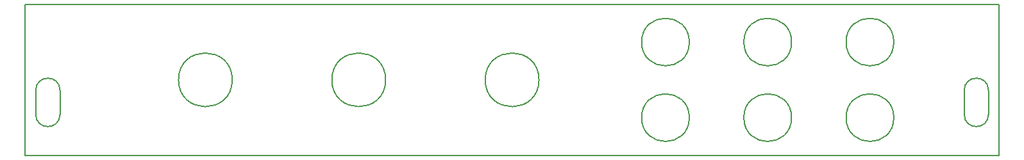
<source format=gm1>
%TF.GenerationSoftware,KiCad,Pcbnew,(6.0.10)*%
%TF.CreationDate,2023-01-10T19:55:20-05:00*%
%TF.ProjectId,test,74657374-2e6b-4696-9361-645f70636258,rev?*%
%TF.SameCoordinates,Original*%
%TF.FileFunction,Profile,NP*%
%FSLAX46Y46*%
G04 Gerber Fmt 4.6, Leading zero omitted, Abs format (unit mm)*
G04 Created by KiCad (PCBNEW (6.0.10)) date 2023-01-10 19:55:20*
%MOMM*%
%LPD*%
G01*
G04 APERTURE LIST*
%TA.AperFunction,Profile*%
%ADD10C,0.200000*%
%TD*%
G04 APERTURE END LIST*
D10*
X124304637Y-94055458D02*
G75*
G03*
X124304637Y-94055458I-3550000J0D01*
G01*
X164404637Y-99055458D02*
G75*
G03*
X164404637Y-99055458I-3150000J0D01*
G01*
X104054637Y-94055458D02*
G75*
G03*
X104054637Y-94055458I-3550000J0D01*
G01*
X78104637Y-98635458D02*
X78104637Y-95435458D01*
X191404637Y-99055458D02*
G75*
G03*
X191404637Y-99055458I-3150000J0D01*
G01*
X177904637Y-89055458D02*
G75*
G03*
X177904637Y-89055458I-3150000J0D01*
G01*
X144554637Y-94055458D02*
G75*
G03*
X144554637Y-94055458I-3550000J0D01*
G01*
X177904637Y-99055458D02*
G75*
G03*
X177904637Y-99055458I-3150000J0D01*
G01*
X191404637Y-89055458D02*
G75*
G03*
X191404637Y-89055458I-3150000J0D01*
G01*
X164404637Y-89055458D02*
G75*
G03*
X164404637Y-89055458I-3150000J0D01*
G01*
X81304637Y-95435458D02*
G75*
G03*
X78104637Y-95435458I-1600000J0D01*
G01*
X81304637Y-95435458D02*
X81304637Y-98635458D01*
X78104637Y-98635458D02*
G75*
G03*
X81304637Y-98635458I1600000J0D01*
G01*
X200704637Y-98635458D02*
X200704637Y-95435458D01*
X203904637Y-95435458D02*
G75*
G03*
X200704637Y-95435458I-1600000J0D01*
G01*
X203904637Y-95435458D02*
X203904637Y-98635458D01*
X200704637Y-98635458D02*
G75*
G03*
X203904637Y-98635458I1600000J0D01*
G01*
X205304637Y-104055458D02*
X205304637Y-84055458D01*
X205304637Y-84055458D02*
X76704637Y-84055458D01*
X76704637Y-84055458D02*
X76704637Y-104055458D01*
X76704637Y-104055458D02*
X205304637Y-104055458D01*
M02*

</source>
